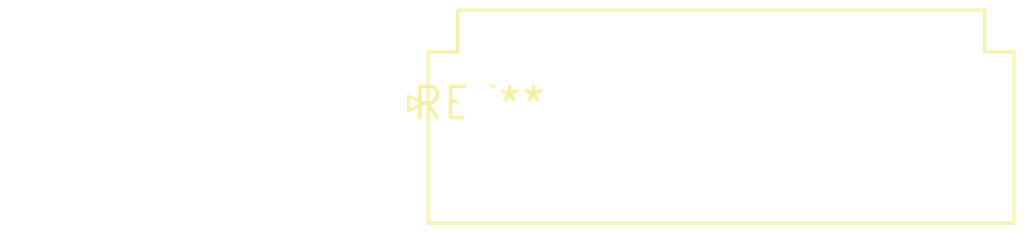
<source format=kicad_pcb>
(kicad_pcb (version 20240108) (generator pcbnew)
  (layers (0 "F.Cu" signal) (31 "B.Cu" signal) (34 "B.Paste" user) (35 "F.Paste" user) (36 "B.SilkS" user "B.Silkscreen") (37 "F.SilkS" user "F.Silkscreen") (38 "B.Mask" user) (39 "F.Mask" user) (44 "Edge.Cuts" user))
  (net 0 "")
  (footprint "JST_VH_B6P-VH_1x06_P3.96mm_Vertical" (layer "F.Cu") (at 0 0)
    (property "Reference" "REF**")
    (property "Value" "JST_VH_B6P-VH_1x06_P3.96mm_Vertical")
    (fp_line (start -2.86 -0.3) (end -2.26 0) (layer "F.SilkS") (stroke (width 0.12)))
    (fp_line (start -2.86 0.3) (end -2.86 -0.3) (layer "F.SilkS") (stroke (width 0.12)))
    (fp_line (start -2.26 0) (end -2.86 0.3) (layer "F.SilkS") (stroke (width 0.12)))
    (fp_line (start -2.06 -2.11) (end -0.86 -2.11) (layer "F.SilkS") (stroke (width 0.12)))
    (fp_line (start -2.06 4.91) (end -2.06 -2.11) (layer "F.SilkS") (stroke (width 0.12)))
    (fp_line (start -0.86 -3.81) (end 20.66 -3.81) (layer "F.SilkS") (stroke (width 0.12)))
    (fp_line (start -0.86 -2.11) (end -0.86 -3.81) (layer "F.SilkS") (stroke (width 0.12)))
    (fp_line (start 20.66 -3.81) (end 20.66 -2.11) (layer "F.SilkS") (stroke (width 0.12)))
    (fp_line (start 20.66 -2.11) (end 21.86 -2.11) (layer "F.SilkS") (stroke (width 0.12)))
    (fp_line (start 21.86 -2.11) (end 21.86 4.91) (layer "F.SilkS") (stroke (width 0.12)))
    (fp_line (start 21.86 4.91) (end -2.06 4.91) (layer "F.SilkS") (stroke (width 0.12)))
    (pad "1" thru_hole roundrect (at 0 0) (size 2.7 2.7) (drill 1.7) (layers *.Cu *.Mask) (remove_unused_layers) (roundrect_rratio 0.092593))
    (pad "2" thru_hole circle (at 3.96 0) (size 2.7 2.7) (drill 1.7) (layers *.Cu *.Mask) (remove_unused_layers))
    (pad "3" thru_hole circle (at 7.92 0) (size 2.7 2.7) (drill 1.7) (layers *.Cu *.Mask) (remove_unused_layers))
    (pad "4" thru_hole circle (at 11.88 0) (size 2.7 2.7) (drill 1.7) (layers *.Cu *.Mask) (remove_unused_layers))
    (pad "5" thru_hole circle (at 15.84 0) (size 2.7 2.7) (drill 1.7) (layers *.Cu *.Mask) (remove_unused_layers))
    (pad "6" thru_hole circle (at 19.8 0) (size 2.7 2.7) (drill 1.7) (layers *.Cu *.Mask) (remove_unused_layers))
  )
)
</source>
